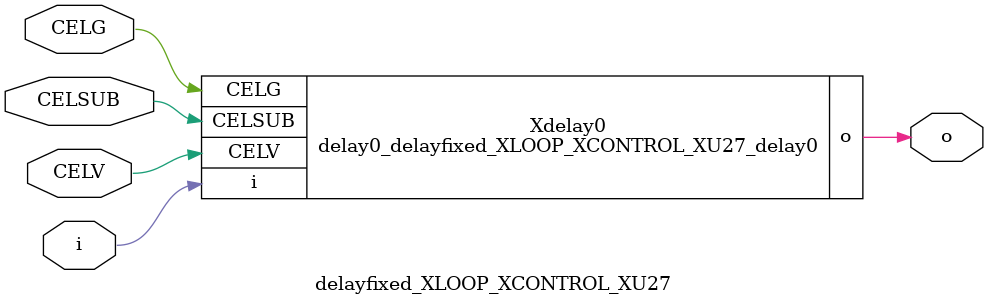
<source format=v>

module delay0_delayfixed_XLOOP_XCONTROL_XU27_delay0 (i, CELV, o,
CELG,CELSUB);
input CELV;
input i;
output o;
input CELSUB;
input CELG;
endmodule


//Celera Confidential Do Not Copy delayfixed_XLOOP_XCONTROL_XU27
//Celera Confidential Symbol Generator
//TYPE:fixed Egde:rise
module delayfixed_XLOOP_XCONTROL_XU27 (CELV,i,o,
CELG,CELSUB);
input CELV;
input i;
output o;
input CELG;
input CELSUB;

//Celera Confidential Do Not Copy delay0_delayfixed_XLOOP_XCONTROL_XU27_delay0
delay0_delayfixed_XLOOP_XCONTROL_XU27_delay0 Xdelay0(
.CELV (CELV),
.i (i),
.o (o),
.CELG (CELG),
.CELSUB (CELSUB)
);
//,diesize,delay0_delayfixed_XLOOP_XCONTROL_XU27_delay0
//Celera Confidential Do Not Copy Module End
//Celera Schematic Generator
endmodule

</source>
